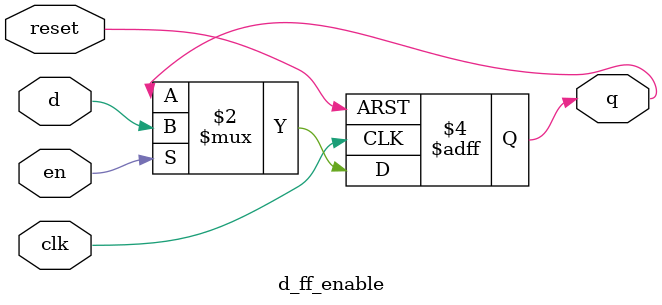
<source format=sv>
module d_ff_enable(
    input logic d, clk, reset, en,
    output logic q
    );
    always_ff@(posedge clk, posedge reset)
    begin
        if(reset)
            q<=0;
        else if(en)
            q<=d;
    end
endmodule
</source>
